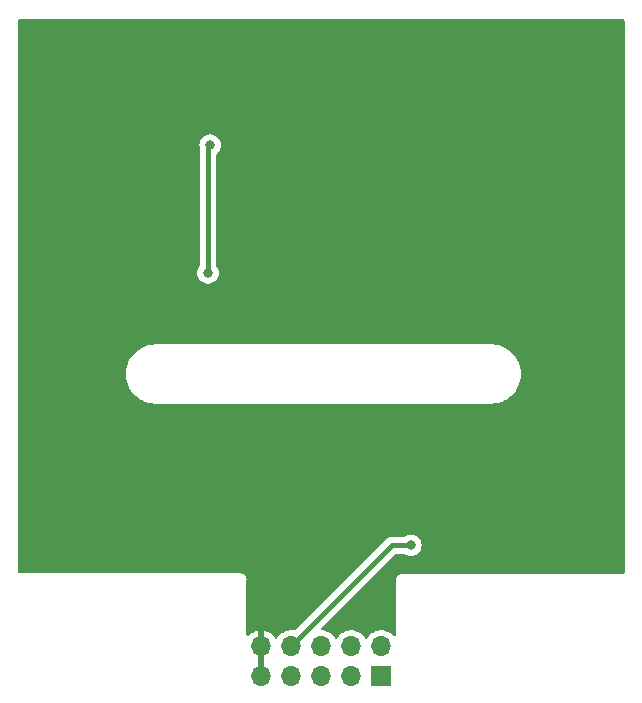
<source format=gbr>
%TF.GenerationSoftware,KiCad,Pcbnew,6.0.5+dfsg-1*%
%TF.CreationDate,2022-06-12T19:51:58+08:00*%
%TF.ProjectId,pcb-backbox,7063622d-6261-4636-9b62-6f782e6b6963,rev?*%
%TF.SameCoordinates,Original*%
%TF.FileFunction,Copper,L2,Bot*%
%TF.FilePolarity,Positive*%
%FSLAX46Y46*%
G04 Gerber Fmt 4.6, Leading zero omitted, Abs format (unit mm)*
G04 Created by KiCad (PCBNEW 6.0.5+dfsg-1) date 2022-06-12 19:51:58*
%MOMM*%
%LPD*%
G01*
G04 APERTURE LIST*
%TA.AperFunction,ComponentPad*%
%ADD10R,1.700000X1.700000*%
%TD*%
%TA.AperFunction,ComponentPad*%
%ADD11O,1.700000X1.700000*%
%TD*%
%TA.AperFunction,ViaPad*%
%ADD12C,0.800000*%
%TD*%
%TA.AperFunction,Conductor*%
%ADD13C,0.400000*%
%TD*%
G04 APERTURE END LIST*
D10*
%TO.P,J1,1,Pin_1*%
%TO.N,+3V3*%
X135630000Y-115590000D03*
D11*
%TO.P,J1,2,Pin_2*%
X135630000Y-113050000D03*
%TO.P,J1,3,Pin_3*%
%TO.N,SPI_SCK*%
X133090000Y-115590000D03*
%TO.P,J1,4,Pin_4*%
%TO.N,SPI_MOSI*%
X133090000Y-113050000D03*
%TO.P,J1,5,Pin_5*%
%TO.N,SPI_DC*%
X130550000Y-115590000D03*
%TO.P,J1,6,Pin_6*%
%TO.N,SPI_CS_LCD0*%
X130550000Y-113050000D03*
%TO.P,J1,7,Pin_7*%
%TO.N,LCD_RESET*%
X128010000Y-115590000D03*
%TO.P,J1,8,Pin_8*%
%TO.N,VBAT*%
X128010000Y-113050000D03*
%TO.P,J1,9,Pin_9*%
%TO.N,GND*%
X125470000Y-115590000D03*
%TO.P,J1,10,Pin_10*%
X125470000Y-113050000D03*
%TD*%
D12*
%TO.N,VBAT*%
X138150000Y-104500000D03*
%TO.N,+3V3*%
X121150000Y-70625000D03*
X120975000Y-81449020D03*
%TO.N,GND*%
X140525000Y-74625000D03*
X133100000Y-70025000D03*
X141375000Y-64950000D03*
X148775000Y-73525000D03*
X117800000Y-68725000D03*
X146700000Y-67500000D03*
X153650000Y-71550000D03*
X124600000Y-70200000D03*
%TD*%
D13*
%TO.N,VBAT*%
X136560000Y-104500000D02*
X138150000Y-104500000D01*
X128010000Y-113050000D02*
X136560000Y-104500000D01*
%TO.N,+3V3*%
X120975000Y-81449020D02*
X120975000Y-70800000D01*
X120975000Y-70800000D02*
X121150000Y-70625000D01*
%TD*%
%TA.AperFunction,Conductor*%
%TO.N,GND*%
G36*
X156183621Y-59978502D02*
G01*
X156230114Y-60032158D01*
X156241500Y-60084500D01*
X156241500Y-106815500D01*
X156221498Y-106883621D01*
X156167842Y-106930114D01*
X156115500Y-106941500D01*
X137408623Y-106941500D01*
X137407853Y-106941498D01*
X137407037Y-106941493D01*
X137330279Y-106941024D01*
X137307918Y-106947415D01*
X137301847Y-106949150D01*
X137285085Y-106952728D01*
X137255813Y-106956920D01*
X137234068Y-106966807D01*
X137232438Y-106967548D01*
X137214914Y-106973996D01*
X137190229Y-106981051D01*
X137182635Y-106985843D01*
X137182632Y-106985844D01*
X137165220Y-106996830D01*
X137150137Y-107004969D01*
X137123218Y-107017208D01*
X137116416Y-107023069D01*
X137103765Y-107033970D01*
X137088761Y-107045073D01*
X137067042Y-107058776D01*
X137061103Y-107065501D01*
X137061099Y-107065504D01*
X137047468Y-107080938D01*
X137035276Y-107092982D01*
X137019673Y-107106427D01*
X137019671Y-107106430D01*
X137012873Y-107112287D01*
X137007993Y-107119816D01*
X137007992Y-107119817D01*
X136998906Y-107133835D01*
X136987615Y-107148709D01*
X136976569Y-107161217D01*
X136970622Y-107167951D01*
X136960162Y-107190229D01*
X136958058Y-107194711D01*
X136949737Y-107209691D01*
X136938529Y-107226983D01*
X136938527Y-107226988D01*
X136933648Y-107234515D01*
X136931078Y-107243108D01*
X136931076Y-107243113D01*
X136926289Y-107259120D01*
X136919628Y-107276564D01*
X136912533Y-107291676D01*
X136908719Y-107299800D01*
X136907338Y-107308667D01*
X136907338Y-107308668D01*
X136904170Y-107329015D01*
X136900387Y-107345732D01*
X136894485Y-107365466D01*
X136894484Y-107365472D01*
X136891914Y-107374066D01*
X136891859Y-107383037D01*
X136891859Y-107383038D01*
X136891704Y-107408497D01*
X136891671Y-107409289D01*
X136891500Y-107410386D01*
X136891500Y-107441377D01*
X136891498Y-107442147D01*
X136891330Y-107469721D01*
X136891024Y-107519721D01*
X136891408Y-107521065D01*
X136891500Y-107522410D01*
X136891500Y-112092036D01*
X136871498Y-112160157D01*
X136817842Y-112206650D01*
X136747568Y-112216754D01*
X136682988Y-112187260D01*
X136672307Y-112176836D01*
X136563152Y-112056876D01*
X136563142Y-112056867D01*
X136559670Y-112053051D01*
X136555619Y-112049852D01*
X136555615Y-112049848D01*
X136388414Y-111917800D01*
X136388410Y-111917798D01*
X136384359Y-111914598D01*
X136348028Y-111894542D01*
X136332136Y-111885769D01*
X136188789Y-111806638D01*
X136183920Y-111804914D01*
X136183916Y-111804912D01*
X135983087Y-111733795D01*
X135983083Y-111733794D01*
X135978212Y-111732069D01*
X135973119Y-111731162D01*
X135973116Y-111731161D01*
X135763373Y-111693800D01*
X135763367Y-111693799D01*
X135758284Y-111692894D01*
X135684452Y-111691992D01*
X135540081Y-111690228D01*
X135540079Y-111690228D01*
X135534911Y-111690165D01*
X135314091Y-111723955D01*
X135101756Y-111793357D01*
X134903607Y-111896507D01*
X134899474Y-111899610D01*
X134899471Y-111899612D01*
X134875247Y-111917800D01*
X134724965Y-112030635D01*
X134699541Y-112057240D01*
X134575291Y-112187260D01*
X134570629Y-112192138D01*
X134463201Y-112349621D01*
X134408293Y-112394621D01*
X134337768Y-112402792D01*
X134274021Y-112371538D01*
X134253324Y-112347054D01*
X134172822Y-112222617D01*
X134172820Y-112222614D01*
X134170014Y-112218277D01*
X134019670Y-112053051D01*
X134015619Y-112049852D01*
X134015615Y-112049848D01*
X133848414Y-111917800D01*
X133848410Y-111917798D01*
X133844359Y-111914598D01*
X133808028Y-111894542D01*
X133792136Y-111885769D01*
X133648789Y-111806638D01*
X133643920Y-111804914D01*
X133643916Y-111804912D01*
X133443087Y-111733795D01*
X133443083Y-111733794D01*
X133438212Y-111732069D01*
X133433119Y-111731162D01*
X133433116Y-111731161D01*
X133223373Y-111693800D01*
X133223367Y-111693799D01*
X133218284Y-111692894D01*
X133144452Y-111691992D01*
X133000081Y-111690228D01*
X133000079Y-111690228D01*
X132994911Y-111690165D01*
X132774091Y-111723955D01*
X132561756Y-111793357D01*
X132363607Y-111896507D01*
X132359474Y-111899610D01*
X132359471Y-111899612D01*
X132335247Y-111917800D01*
X132184965Y-112030635D01*
X132159541Y-112057240D01*
X132035291Y-112187260D01*
X132030629Y-112192138D01*
X131923201Y-112349621D01*
X131868293Y-112394621D01*
X131797768Y-112402792D01*
X131734021Y-112371538D01*
X131713324Y-112347054D01*
X131632822Y-112222617D01*
X131632820Y-112222614D01*
X131630014Y-112218277D01*
X131479670Y-112053051D01*
X131475619Y-112049852D01*
X131475615Y-112049848D01*
X131308414Y-111917800D01*
X131308410Y-111917798D01*
X131304359Y-111914598D01*
X131268028Y-111894542D01*
X131252136Y-111885769D01*
X131108789Y-111806638D01*
X131103920Y-111804914D01*
X131103916Y-111804912D01*
X130903087Y-111733795D01*
X130903083Y-111733794D01*
X130898212Y-111732069D01*
X130893119Y-111731162D01*
X130893116Y-111731161D01*
X130683373Y-111693800D01*
X130683367Y-111693799D01*
X130678284Y-111692894D01*
X130671801Y-111692815D01*
X130671290Y-111692658D01*
X130667961Y-111692343D01*
X130668026Y-111691656D01*
X130603930Y-111671985D01*
X130558093Y-111617767D01*
X130548846Y-111547375D01*
X130579123Y-111483158D01*
X130584241Y-111477729D01*
X136816565Y-105245405D01*
X136878877Y-105211379D01*
X136905660Y-105208500D01*
X137538595Y-105208500D01*
X137606716Y-105228502D01*
X137612656Y-105232564D01*
X137693248Y-105291118D01*
X137699276Y-105293802D01*
X137699278Y-105293803D01*
X137861681Y-105366109D01*
X137867712Y-105368794D01*
X137961113Y-105388647D01*
X138048056Y-105407128D01*
X138048061Y-105407128D01*
X138054513Y-105408500D01*
X138245487Y-105408500D01*
X138251939Y-105407128D01*
X138251944Y-105407128D01*
X138338887Y-105388647D01*
X138432288Y-105368794D01*
X138438319Y-105366109D01*
X138600722Y-105293803D01*
X138600724Y-105293802D01*
X138606752Y-105291118D01*
X138761253Y-105178866D01*
X138889040Y-105036944D01*
X138984527Y-104871556D01*
X139043542Y-104689928D01*
X139063504Y-104500000D01*
X139043542Y-104310072D01*
X138984527Y-104128444D01*
X138889040Y-103963056D01*
X138782684Y-103844935D01*
X138765675Y-103826045D01*
X138765674Y-103826044D01*
X138761253Y-103821134D01*
X138606752Y-103708882D01*
X138600724Y-103706198D01*
X138600722Y-103706197D01*
X138438319Y-103633891D01*
X138438318Y-103633891D01*
X138432288Y-103631206D01*
X138338887Y-103611353D01*
X138251944Y-103592872D01*
X138251939Y-103592872D01*
X138245487Y-103591500D01*
X138054513Y-103591500D01*
X138048061Y-103592872D01*
X138048056Y-103592872D01*
X137961112Y-103611353D01*
X137867712Y-103631206D01*
X137861682Y-103633891D01*
X137861681Y-103633891D01*
X137699278Y-103706197D01*
X137699276Y-103706198D01*
X137693248Y-103708882D01*
X137687907Y-103712762D01*
X137687906Y-103712763D01*
X137612656Y-103767436D01*
X137545789Y-103791294D01*
X137538595Y-103791500D01*
X136588912Y-103791500D01*
X136580342Y-103791208D01*
X136530224Y-103787791D01*
X136530220Y-103787791D01*
X136522648Y-103787275D01*
X136515171Y-103788580D01*
X136515170Y-103788580D01*
X136488692Y-103793201D01*
X136459697Y-103798262D01*
X136453179Y-103799223D01*
X136389758Y-103806898D01*
X136382657Y-103809581D01*
X136380048Y-103810222D01*
X136363738Y-103814685D01*
X136361202Y-103815450D01*
X136353716Y-103816757D01*
X136346759Y-103819811D01*
X136295205Y-103842442D01*
X136289101Y-103844933D01*
X136229344Y-103867513D01*
X136223081Y-103871817D01*
X136220715Y-103873054D01*
X136205903Y-103881299D01*
X136203649Y-103882632D01*
X136196695Y-103885685D01*
X136145998Y-103924587D01*
X136140668Y-103928459D01*
X136094280Y-103960339D01*
X136094275Y-103960344D01*
X136088019Y-103964643D01*
X136082968Y-103970313D01*
X136082966Y-103970314D01*
X136046565Y-104011170D01*
X136041584Y-104016446D01*
X128377316Y-111680714D01*
X128315004Y-111714740D01*
X128266125Y-111715666D01*
X128143373Y-111693800D01*
X128143367Y-111693799D01*
X128138284Y-111692894D01*
X128064452Y-111691992D01*
X127920081Y-111690228D01*
X127920079Y-111690228D01*
X127914911Y-111690165D01*
X127694091Y-111723955D01*
X127481756Y-111793357D01*
X127283607Y-111896507D01*
X127279474Y-111899610D01*
X127279471Y-111899612D01*
X127255247Y-111917800D01*
X127104965Y-112030635D01*
X127079541Y-112057240D01*
X126955291Y-112187260D01*
X126950629Y-112192138D01*
X126947720Y-112196403D01*
X126947714Y-112196411D01*
X126935404Y-112214457D01*
X126843204Y-112349618D01*
X126842898Y-112350066D01*
X126787987Y-112395069D01*
X126717462Y-112403240D01*
X126653715Y-112371986D01*
X126633018Y-112347502D01*
X126552426Y-112222926D01*
X126546136Y-112214757D01*
X126402806Y-112057240D01*
X126395273Y-112050215D01*
X126228139Y-111918222D01*
X126219552Y-111912517D01*
X126033117Y-111809599D01*
X126023705Y-111805369D01*
X125822959Y-111734280D01*
X125812988Y-111731646D01*
X125741837Y-111718972D01*
X125728540Y-111720432D01*
X125724000Y-111734989D01*
X125724000Y-115718000D01*
X125703998Y-115786121D01*
X125650342Y-115832614D01*
X125598000Y-115844000D01*
X125342000Y-115844000D01*
X125273879Y-115823998D01*
X125227386Y-115770342D01*
X125216000Y-115718000D01*
X125216000Y-111733102D01*
X125212082Y-111719758D01*
X125197806Y-111717771D01*
X125159324Y-111723660D01*
X125149288Y-111726051D01*
X124946868Y-111792212D01*
X124937359Y-111796209D01*
X124748463Y-111894542D01*
X124739738Y-111900036D01*
X124569433Y-112027905D01*
X124561726Y-112034748D01*
X124450594Y-112151041D01*
X124389070Y-112186471D01*
X124318157Y-112183014D01*
X124260371Y-112141768D01*
X124234057Y-112075828D01*
X124233500Y-112063990D01*
X124233500Y-107408623D01*
X124233502Y-107407853D01*
X124233761Y-107365466D01*
X124233976Y-107330279D01*
X124225850Y-107301847D01*
X124222272Y-107285085D01*
X124219352Y-107264698D01*
X124218080Y-107255813D01*
X124207451Y-107232436D01*
X124201004Y-107214913D01*
X124193949Y-107190229D01*
X124189156Y-107182632D01*
X124178170Y-107165220D01*
X124170030Y-107150135D01*
X124169382Y-107148709D01*
X124157792Y-107123218D01*
X124141030Y-107103765D01*
X124129927Y-107088761D01*
X124116224Y-107067042D01*
X124109499Y-107061103D01*
X124109496Y-107061099D01*
X124094062Y-107047468D01*
X124082018Y-107035276D01*
X124068573Y-107019673D01*
X124068570Y-107019671D01*
X124062713Y-107012873D01*
X124050521Y-107004970D01*
X124041165Y-106998906D01*
X124026291Y-106987615D01*
X124013783Y-106976569D01*
X124013782Y-106976568D01*
X124007049Y-106970622D01*
X123980287Y-106958057D01*
X123965309Y-106949737D01*
X123948017Y-106938529D01*
X123948012Y-106938527D01*
X123940485Y-106933648D01*
X123931892Y-106931078D01*
X123931887Y-106931076D01*
X123915880Y-106926289D01*
X123898436Y-106919628D01*
X123883324Y-106912533D01*
X123883322Y-106912532D01*
X123875200Y-106908719D01*
X123866333Y-106907338D01*
X123866332Y-106907338D01*
X123856690Y-106905837D01*
X123845983Y-106904170D01*
X123829268Y-106900387D01*
X123809534Y-106894485D01*
X123809528Y-106894484D01*
X123800934Y-106891914D01*
X123791963Y-106891859D01*
X123791962Y-106891859D01*
X123781903Y-106891798D01*
X123766494Y-106891704D01*
X123765711Y-106891671D01*
X123764614Y-106891500D01*
X123733623Y-106891500D01*
X123732853Y-106891498D01*
X123659215Y-106891048D01*
X123659214Y-106891048D01*
X123655279Y-106891024D01*
X123653935Y-106891408D01*
X123652590Y-106891500D01*
X104984500Y-106891500D01*
X104916379Y-106871498D01*
X104869886Y-106817842D01*
X104858500Y-106765500D01*
X104858500Y-90000000D01*
X114036915Y-90000000D01*
X114055238Y-90302919D01*
X114109941Y-90601421D01*
X114200225Y-90891152D01*
X114324774Y-91167889D01*
X114481772Y-91427595D01*
X114668929Y-91666484D01*
X114883516Y-91881071D01*
X115122405Y-92068228D01*
X115299906Y-92175531D01*
X115378850Y-92223255D01*
X115378854Y-92223257D01*
X115382111Y-92225226D01*
X115520480Y-92287501D01*
X115655372Y-92348211D01*
X115655378Y-92348213D01*
X115658848Y-92349775D01*
X115948579Y-92440059D01*
X116247081Y-92494762D01*
X116250875Y-92494991D01*
X116250879Y-92494992D01*
X116383283Y-92503001D01*
X116519159Y-92511220D01*
X116532446Y-92512735D01*
X116537448Y-92513576D01*
X116543724Y-92513653D01*
X116545140Y-92513670D01*
X116545143Y-92513670D01*
X116550000Y-92513729D01*
X116577624Y-92509773D01*
X116595486Y-92508500D01*
X144896750Y-92508500D01*
X144917655Y-92510246D01*
X144932656Y-92512770D01*
X144932659Y-92512770D01*
X144937448Y-92513576D01*
X144943724Y-92513653D01*
X144945141Y-92513670D01*
X144945144Y-92513670D01*
X144950000Y-92513729D01*
X144954810Y-92513040D01*
X144957237Y-92512882D01*
X144962933Y-92512303D01*
X145249122Y-92494992D01*
X145249127Y-92494991D01*
X145252919Y-92494762D01*
X145551421Y-92440059D01*
X145841152Y-92349775D01*
X145844622Y-92348213D01*
X145844628Y-92348211D01*
X145979520Y-92287501D01*
X146117889Y-92225226D01*
X146121146Y-92223257D01*
X146121150Y-92223255D01*
X146200094Y-92175531D01*
X146377595Y-92068228D01*
X146616484Y-91881071D01*
X146831071Y-91666484D01*
X147018228Y-91427595D01*
X147175226Y-91167889D01*
X147299775Y-90891152D01*
X147390059Y-90601421D01*
X147444762Y-90302919D01*
X147463085Y-90000000D01*
X147444762Y-89697081D01*
X147390059Y-89398579D01*
X147299775Y-89108848D01*
X147175226Y-88832111D01*
X147018228Y-88572405D01*
X146831071Y-88333516D01*
X146616484Y-88118929D01*
X146377595Y-87931772D01*
X146200094Y-87824469D01*
X146121150Y-87776745D01*
X146121146Y-87776743D01*
X146117889Y-87774774D01*
X145979520Y-87712499D01*
X145844628Y-87651789D01*
X145844622Y-87651787D01*
X145841152Y-87650225D01*
X145551421Y-87559941D01*
X145252919Y-87505238D01*
X145249125Y-87505009D01*
X145249121Y-87505008D01*
X145116717Y-87496999D01*
X144980841Y-87488780D01*
X144967554Y-87487265D01*
X144962552Y-87486424D01*
X144956276Y-87486347D01*
X144954860Y-87486330D01*
X144954857Y-87486330D01*
X144950000Y-87486271D01*
X144925679Y-87489754D01*
X144922376Y-87490227D01*
X144904514Y-87491500D01*
X116603250Y-87491500D01*
X116582345Y-87489754D01*
X116567344Y-87487230D01*
X116567341Y-87487230D01*
X116562552Y-87486424D01*
X116556276Y-87486347D01*
X116554859Y-87486330D01*
X116554856Y-87486330D01*
X116550000Y-87486271D01*
X116545190Y-87486960D01*
X116542763Y-87487118D01*
X116537067Y-87487697D01*
X116250878Y-87505008D01*
X116250873Y-87505009D01*
X116247081Y-87505238D01*
X115948579Y-87559941D01*
X115658848Y-87650225D01*
X115655378Y-87651787D01*
X115655372Y-87651789D01*
X115520480Y-87712499D01*
X115382111Y-87774774D01*
X115378854Y-87776743D01*
X115378850Y-87776745D01*
X115299906Y-87824469D01*
X115122405Y-87931772D01*
X114883516Y-88118929D01*
X114668929Y-88333516D01*
X114481772Y-88572405D01*
X114324774Y-88832111D01*
X114200225Y-89108848D01*
X114109941Y-89398579D01*
X114055238Y-89697081D01*
X114036915Y-90000000D01*
X104858500Y-90000000D01*
X104858500Y-81449020D01*
X120061496Y-81449020D01*
X120081458Y-81638948D01*
X120140473Y-81820576D01*
X120235960Y-81985964D01*
X120363747Y-82127886D01*
X120518248Y-82240138D01*
X120524276Y-82242822D01*
X120524278Y-82242823D01*
X120686681Y-82315129D01*
X120692712Y-82317814D01*
X120786112Y-82337667D01*
X120873056Y-82356148D01*
X120873061Y-82356148D01*
X120879513Y-82357520D01*
X121070487Y-82357520D01*
X121076939Y-82356148D01*
X121076944Y-82356148D01*
X121163888Y-82337667D01*
X121257288Y-82317814D01*
X121263319Y-82315129D01*
X121425722Y-82242823D01*
X121425724Y-82242822D01*
X121431752Y-82240138D01*
X121586253Y-82127886D01*
X121714040Y-81985964D01*
X121809527Y-81820576D01*
X121868542Y-81638948D01*
X121888504Y-81449020D01*
X121868542Y-81259092D01*
X121809527Y-81077464D01*
X121714040Y-80912076D01*
X121709621Y-80907168D01*
X121707564Y-80904337D01*
X121683705Y-80837469D01*
X121683500Y-80830276D01*
X121683500Y-71424557D01*
X121703502Y-71356436D01*
X121735439Y-71322621D01*
X121755909Y-71307749D01*
X121755911Y-71307747D01*
X121761253Y-71303866D01*
X121889040Y-71161944D01*
X121984527Y-70996556D01*
X122043542Y-70814928D01*
X122063504Y-70625000D01*
X122043542Y-70435072D01*
X121984527Y-70253444D01*
X121889040Y-70088056D01*
X121761253Y-69946134D01*
X121606752Y-69833882D01*
X121600724Y-69831198D01*
X121600722Y-69831197D01*
X121438319Y-69758891D01*
X121438318Y-69758891D01*
X121432288Y-69756206D01*
X121338887Y-69736353D01*
X121251944Y-69717872D01*
X121251939Y-69717872D01*
X121245487Y-69716500D01*
X121054513Y-69716500D01*
X121048061Y-69717872D01*
X121048056Y-69717872D01*
X120961113Y-69736353D01*
X120867712Y-69756206D01*
X120861682Y-69758891D01*
X120861681Y-69758891D01*
X120699278Y-69831197D01*
X120699276Y-69831198D01*
X120693248Y-69833882D01*
X120538747Y-69946134D01*
X120410960Y-70088056D01*
X120315473Y-70253444D01*
X120256458Y-70435072D01*
X120236496Y-70625000D01*
X120256458Y-70814928D01*
X120258498Y-70821206D01*
X120260333Y-70826854D01*
X120266500Y-70865790D01*
X120266500Y-80830276D01*
X120246498Y-80898397D01*
X120242436Y-80904337D01*
X120240379Y-80907168D01*
X120235960Y-80912076D01*
X120140473Y-81077464D01*
X120081458Y-81259092D01*
X120061496Y-81449020D01*
X104858500Y-81449020D01*
X104858500Y-60084500D01*
X104878502Y-60016379D01*
X104932158Y-59969886D01*
X104984500Y-59958500D01*
X156115500Y-59958500D01*
X156183621Y-59978502D01*
G37*
%TD.AperFunction*%
%TD*%
M02*

</source>
